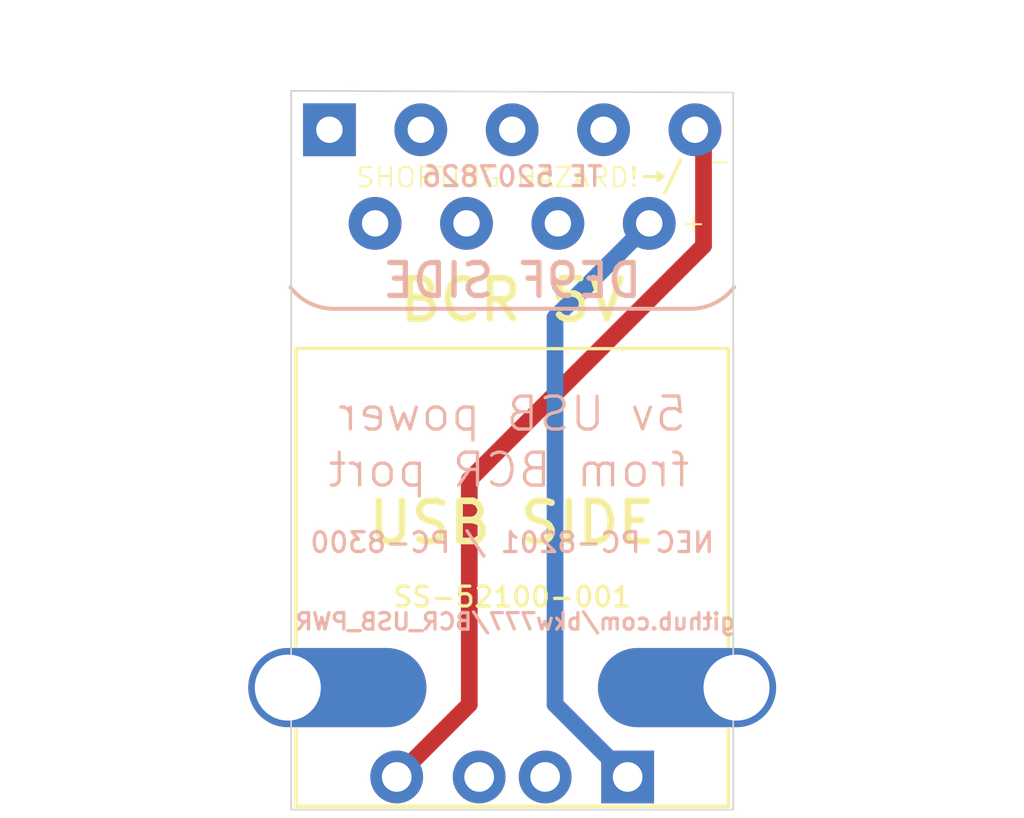
<source format=kicad_pcb>
(kicad_pcb (version 20171130) (host pcbnew 5.1.5-52549c5~84~ubuntu19.04.1)

  (general
    (thickness 1.6)
    (drawings 24)
    (tracks 8)
    (zones 0)
    (modules 2)
    (nets 4)
  )

  (page A4)
  (layers
    (0 F.Cu signal)
    (31 B.Cu signal)
    (32 B.Adhes user hide)
    (33 F.Adhes user hide)
    (34 B.Paste user hide)
    (35 F.Paste user hide)
    (36 B.SilkS user)
    (37 F.SilkS user)
    (38 B.Mask user)
    (39 F.Mask user hide)
    (40 Dwgs.User user hide)
    (41 Cmts.User user hide)
    (42 Eco1.User user hide)
    (43 Eco2.User user hide)
    (44 Edge.Cuts user)
    (45 Margin user hide)
    (46 B.CrtYd user hide)
    (47 F.CrtYd user hide)
    (48 B.Fab user hide)
    (49 F.Fab user hide)
  )

  (setup
    (last_trace_width 0.25)
    (user_trace_width 0.508)
    (trace_clearance 0.2)
    (zone_clearance 0.508)
    (zone_45_only no)
    (trace_min 0.2)
    (via_size 0.8)
    (via_drill 0.4)
    (via_min_size 0.4)
    (via_min_drill 0.3)
    (user_via 0.508 0.3048)
    (uvia_size 0.3)
    (uvia_drill 0.1)
    (uvias_allowed no)
    (uvia_min_size 0.2)
    (uvia_min_drill 0.1)
    (edge_width 0.05)
    (segment_width 0.2)
    (pcb_text_width 0.3)
    (pcb_text_size 1.5 1.5)
    (mod_edge_width 0.1016)
    (mod_text_size 1 1)
    (mod_text_width 0.15)
    (pad_size 1.6 1.6)
    (pad_drill 0.9)
    (pad_to_mask_clearance 0)
    (aux_axis_origin 0 0)
    (grid_origin 127 95.758)
    (visible_elements FFFFFF7F)
    (pcbplotparams
      (layerselection 0x010fc_ffffffff)
      (usegerberextensions false)
      (usegerberattributes false)
      (usegerberadvancedattributes false)
      (creategerberjobfile false)
      (excludeedgelayer true)
      (linewidth 0.100000)
      (plotframeref false)
      (viasonmask false)
      (mode 1)
      (useauxorigin false)
      (hpglpennumber 1)
      (hpglpenspeed 20)
      (hpglpendiameter 15.000000)
      (psnegative false)
      (psa4output false)
      (plotreference true)
      (plotvalue true)
      (plotinvisibletext false)
      (padsonsilk false)
      (subtractmaskfromsilk false)
      (outputformat 1)
      (mirror false)
      (drillshape 1)
      (scaleselection 1)
      (outputdirectory ""))
  )

  (net 0 "")
  (net 1 /+5V)
  (net 2 /GND)
  (net 3 "Net-(CN2-PadSH)")

  (net_class Default "This is the default net class."
    (clearance 0.2)
    (trace_width 0.25)
    (via_dia 0.8)
    (via_drill 0.4)
    (uvia_dia 0.3)
    (uvia_drill 0.1)
    (add_net /+5V)
    (add_net /GND)
    (add_net "Net-(CN2-PadSH)")
  )

  (module 0_LOCAL:TE-5207826_nec (layer B.Cu) (tedit 5F10340E) (tstamp 5F10179B)
    (at 121.46026 94.33814 180)
    (descr "9-pin D-Sub connector, straight/vertical, THT-mount, female, pitch 2.77x2.84mm, distance of mounting holes 25mm, see https://disti-assets.s3.amazonaws.com/tonar/files/datasheets/16730.pdf")
    (tags "9-pin D-Sub connector straight vertical THT female pitch 2.77x2.84mm mounting holes distance 25mm")
    (path /5F0C8236)
    (fp_text reference CN1 (at -5.5372 1.7018 180) (layer B.SilkS) hide
      (effects (font (size 1 1) (thickness 0.15)) (justify mirror))
    )
    (fp_text value DB9_Female (at -5.54 -4.53 180) (layer B.Fab)
      (effects (font (size 1 1) (thickness 0.15)) (justify mirror))
    )
    (fp_text user %R (at -5.54 -1.42 180) (layer B.Fab)
      (effects (font (size 1 1) (thickness 0.15)) (justify mirror))
    )
    (fp_line (start 9.96 3.91) (end -21.04 3.91) (layer B.CrtYd) (width 0.05))
    (fp_line (start 9.96 -6.74) (end 9.96 3.91) (layer B.CrtYd) (width 0.05))
    (fp_line (start -21.04 -6.74) (end 9.96 -6.74) (layer B.CrtYd) (width 0.05))
    (fp_line (start -21.04 3.91) (end -21.04 -6.74) (layer B.CrtYd) (width 0.05))
    (fp_line (start -10.942952 -5.43) (end -0.137048 -5.43) (layer B.SilkS) (width 0.12))
    (fp_line (start -13.358887 0.652163) (end -12.53015 -4.047837) (layer B.Fab) (width 0.1))
    (fp_line (start 2.278887 0.652163) (end 1.45015 -4.047837) (layer B.Fab) (width 0.1))
    (fp_line (start -10.954457 -5.37) (end -0.125543 -5.37) (layer B.Fab) (width 0.1))
    (fp_line (start -11.783194 2.53) (end 0.703194 2.53) (layer B.Fab) (width 0.1))
    (fp_arc (start -0.137048 -3.77) (end -0.137048 -5.43) (angle 52.39100523) (layer B.SilkS) (width 0.12))
    (fp_arc (start -10.942952 -3.77) (end -10.942952 -5.43) (angle -52.80148662) (layer B.SilkS) (width 0.12))
    (fp_arc (start -0.125543 -3.77) (end -0.125543 -5.37) (angle 80) (layer B.Fab) (width 0.1))
    (fp_arc (start -10.954457 -3.77) (end -10.954457 -5.37) (angle -80) (layer B.Fab) (width 0.1))
    (fp_arc (start 0.703194 0.93) (end 0.703194 2.53) (angle -100) (layer B.Fab) (width 0.1))
    (fp_arc (start -11.783194 0.93) (end -11.783194 2.53) (angle 100) (layer B.Fab) (width 0.1))
    (fp_line (start -5.54 -0.82) (end -5.54 -2.02) (layer Dwgs.User) (width 0.01))
    (fp_line (start -6.54 -1.42) (end -4.54 -1.42) (layer Dwgs.User) (width 0.01))
    (pad 9 thru_hole circle (at -9.695 -2.84 180) (size 1.6 1.6) (drill 0.8) (layers *.Cu *.Mask)
      (net 1 /+5V))
    (pad 8 thru_hole circle (at -6.925 -2.84 180) (size 1.6 1.6) (drill 0.8) (layers *.Cu *.Mask))
    (pad 7 thru_hole circle (at -4.155 -2.84 180) (size 1.6 1.6) (drill 0.8) (layers *.Cu *.Mask))
    (pad 6 thru_hole circle (at -1.385 -2.84 180) (size 1.6 1.6) (drill 0.8) (layers *.Cu *.Mask))
    (pad 5 thru_hole circle (at -11.08 0 180) (size 1.6 1.6) (drill 0.8) (layers *.Cu *.Mask)
      (net 2 /GND))
    (pad 4 thru_hole circle (at -8.31 0 180) (size 1.6 1.6) (drill 0.8) (layers *.Cu *.Mask))
    (pad 3 thru_hole circle (at -5.54 0 180) (size 1.6 1.6) (drill 0.8) (layers *.Cu *.Mask))
    (pad 2 thru_hole circle (at -2.77 0 180) (size 1.6 1.6) (drill 0.8) (layers *.Cu *.Mask))
    (pad 1 thru_hole rect (at 0 0 180) (size 1.6 1.6) (drill 0.8) (layers *.Cu *.Mask))
    (model ${KIPRJMOD}/3dmodels/TE-5207826_short_legs.step
      (offset (xyz -5.528 -1.42 11.4))
      (scale (xyz 1 1 1))
      (rotate (xyz 0 0 0))
    )
  )

  (module 0_LOCAL:USB_A_Female_UE27AC54100_cut (layer F.Cu) (tedit 5F100B70) (tstamp 5F0C1E7E)
    (at 127 111.258 180)
    (path /5F0C3585)
    (fp_text reference CN2 (at 0 -0.889 180 unlocked) (layer F.SilkS) hide
      (effects (font (size 1 1) (thickness 0.15)))
    )
    (fp_text value UE27AC54100 (at 0 11.35 180) (layer F.Fab)
      (effects (font (size 1 1) (thickness 0.15)))
    )
    (fp_line (start -6.55 -3.6) (end 6.55 -3.6) (layer F.SilkS) (width 0.1))
    (fp_line (start 6.55 1.25) (end 6.55 10.28) (layer F.SilkS) (width 0.1))
    (fp_line (start -6.55 1.25) (end -6.55 10.28) (layer F.SilkS) (width 0.1))
    (fp_line (start -6.55 -3.6) (end -6.55 -1.25) (layer F.SilkS) (width 0.1))
    (fp_line (start -6.55 -3.6) (end 6.55 -3.6) (layer F.Fab) (width 0.1))
    (fp_line (start 6.55 -3.6) (end 6.55 10.28) (layer F.Fab) (width 0.1))
    (fp_line (start -6.55 -3.6) (end -6.55 10.28) (layer F.Fab) (width 0.1))
    (fp_line (start -6.55 10.28) (end 6.55 10.28) (layer F.Fab) (width 0.1))
    (fp_line (start 6.55 -3.6) (end 6.55 -1.25) (layer F.SilkS) (width 0.1))
    (fp_line (start 6.55 10.28) (end -6.55 10.28) (layer F.SilkS) (width 0.1))
    (fp_line (start -6.75 -3.94) (end 6.75 -3.94) (layer F.CrtYd) (width 0.05))
    (fp_line (start 6.75 -3.94) (end 6.75 10.375) (layer F.CrtYd) (width 0.05))
    (fp_line (start -6.75 -3.94) (end -6.75 10.375) (layer F.CrtYd) (width 0.05))
    (fp_line (start -6.75 10.375) (end 6.75 10.375) (layer F.CrtYd) (width 0.05))
    (fp_text user %R (at -0.025 0.975 180) (layer F.Fab)
      (effects (font (size 1 1) (thickness 0.15)))
    )
    (pad 4 thru_hole circle (at 3.5 -2.71 180) (size 1.6 1.6) (drill 0.9) (layers *.Cu *.Mask)
      (net 2 /GND))
    (pad 3 thru_hole circle (at 1 -2.71 180) (size 1.6 1.6) (drill 0.9) (layers *.Cu *.Mask))
    (pad 2 thru_hole circle (at -1 -2.71 180) (size 1.6 1.6) (drill 0.9) (layers *.Cu *.Mask))
    (pad 1 thru_hole rect (at -3.5 -2.71 180) (size 1.6 1.6) (drill 0.9) (layers *.Cu *.Mask)
      (net 1 /+5V))
    (pad SH thru_hole oval (at 6.8 0 180) (size 5.4 2.4) (drill 2 (offset -1.5 0)) (layers *.Cu *.Mask)
      (net 3 "Net-(CN2-PadSH)"))
    (pad SH thru_hole oval (at -6.8 0 180) (size 5.4 2.4) (drill 2 (offset 1.5 0)) (layers *.Cu *.Mask)
      (net 3 "Net-(CN2-PadSH)"))
    (model ${KIPRJMOD}/3dmodels/USB-A_female_horiz_thru.step
      (offset (xyz 0 3.5 6.9))
      (scale (xyz 1 1 1))
      (rotate (xyz 0 0 0))
    )
  )

  (gr_line (start 131.575 95.758) (end 131.4 95.883) (layer F.SilkS) (width 0.1016))
  (gr_line (start 131.575 95.758) (end 131.4 95.633) (layer F.SilkS) (width 0.1016))
  (gr_line (start 131.575 95.758) (end 131 95.758) (layer F.SilkS) (width 0.1016))
  (gr_text + (at 132.5 97.158) (layer F.SilkS) (tstamp 5F10EFE6)
    (effects (font (size 0.6 0.6) (thickness 0.06)))
  )
  (gr_text - (at 133.3 95.283) (layer F.SilkS)
    (effects (font (size 0.6 0.6) (thickness 0.06)))
  )
  (gr_line (start 132.1 95.258) (end 131.625 96.258) (layer F.SilkS) (width 0.1016))
  (gr_text "SHORTING HAZARD!" (at 126.55 95.783) (layer F.SilkS)
    (effects (font (size 0.6 0.6) (thickness 0.06)))
  )
  (gr_text "from BCR port" (at 126.9 104.658) (layer B.SilkS) (tstamp 5F101D38)
    (effects (font (size 1 1) (thickness 0.1)) (justify mirror))
  )
  (gr_text SS-52100-001 (at 127 108.508) (layer F.SilkS) (tstamp 5F0FB580)
    (effects (font (size 0.6 0.6) (thickness 0.1)))
  )
  (gr_text "TE 5207826" (at 127 95.758) (layer B.SilkS) (tstamp 5F0FB4DF)
    (effects (font (size 0.6 0.6) (thickness 0.1)) (justify mirror))
  )
  (gr_text github.com/bkw777/BCR_USB_PWR (at 127.1 109.258) (layer B.SilkS) (tstamp 5F0FB320)
    (effects (font (size 0.5 0.5) (thickness 0.1)) (justify mirror))
  )
  (gr_text "NEC PC-8201 / PC-8300" (at 127 106.858) (layer B.SilkS) (tstamp 5F0FB31C)
    (effects (font (size 0.6 0.6) (thickness 0.1)) (justify mirror))
  )
  (gr_text "5v USB power" (at 127 102.958) (layer B.SilkS) (tstamp 5F103184)
    (effects (font (size 1 1) (thickness 0.1)) (justify mirror))
  )
  (gr_line (start 120.3 93.158) (end 120.3 114.958) (layer Edge.Cuts) (width 0.05) (tstamp 5F0CCB85))
  (gr_line (start 133.7 93.208) (end 120.3 93.158) (layer Edge.Cuts) (width 0.05))
  (gr_line (start 133.7 114.958) (end 133.7 93.208) (layer Edge.Cuts) (width 0.05))
  (gr_line (start 120.3 114.958) (end 133.7 114.958) (layer Edge.Cuts) (width 0.05))
  (gr_line (start 125 114.258) (end 129 114.258) (layer Dwgs.User) (width 0.0254))
  (gr_line (start 127 97.258) (end 127 114.258) (layer Dwgs.User) (width 0.0254))
  (gr_line (start 114.3 87.376) (end 139.7 104.14) (layer Dwgs.User) (width 0.0254))
  (gr_line (start 114.3 104.14) (end 139.7 87.376) (layer Dwgs.User) (width 0.0254))
  (gr_text "BCR 5V" (at 127 99.508) (layer F.SilkS) (tstamp 5F103A46)
    (effects (font (size 1.2192 1.2192) (thickness 0.2032)))
  )
  (gr_text "DE9F SIDE" (at 127 98.908) (layer B.SilkS)
    (effects (font (size 1 1) (thickness 0.16)) (justify mirror))
  )
  (gr_text "USB SIDE" (at 127 106.258) (layer F.SilkS)
    (effects (font (size 1.2192 1.2192) (thickness 0.2032)))
  )

  (segment (start 128.3 111.768) (end 130.5 113.968) (width 0.508) (layer B.Cu) (net 1))
  (segment (start 131.15526 97.17814) (end 128.3 100.0334) (width 0.508) (layer B.Cu) (net 1))
  (segment (start 128.3 100.0334) (end 128.3 111.768) (width 0.508) (layer B.Cu) (net 1))
  (segment (start 132.8 97.858) (end 132.8 94.59788) (width 0.508) (layer F.Cu) (net 2))
  (segment (start 125.7 104.958) (end 132.8 97.858) (width 0.508) (layer F.Cu) (net 2))
  (segment (start 123.5 113.968) (end 125.7 111.768) (width 0.508) (layer F.Cu) (net 2))
  (segment (start 132.8 94.59788) (end 132.54026 94.33814) (width 0.508) (layer F.Cu) (net 2))
  (segment (start 125.7 111.768) (end 125.7 104.958) (width 0.508) (layer F.Cu) (net 2))

)

</source>
